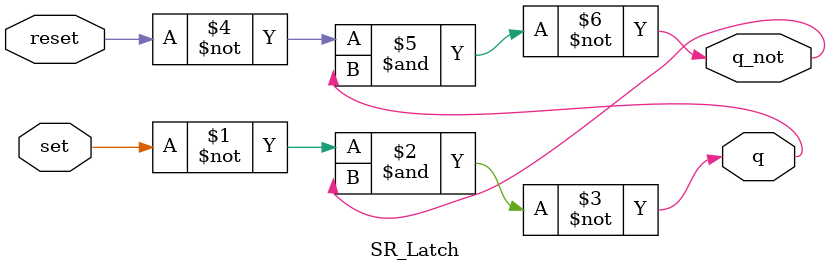
<source format=sv>
module SR_Latch(input logic set, input logic reset, output logic q, output logic q_not);

    assign q = ~(~set & q_not);
    assign q_not = ~(~reset & q);

endmodule
</source>
